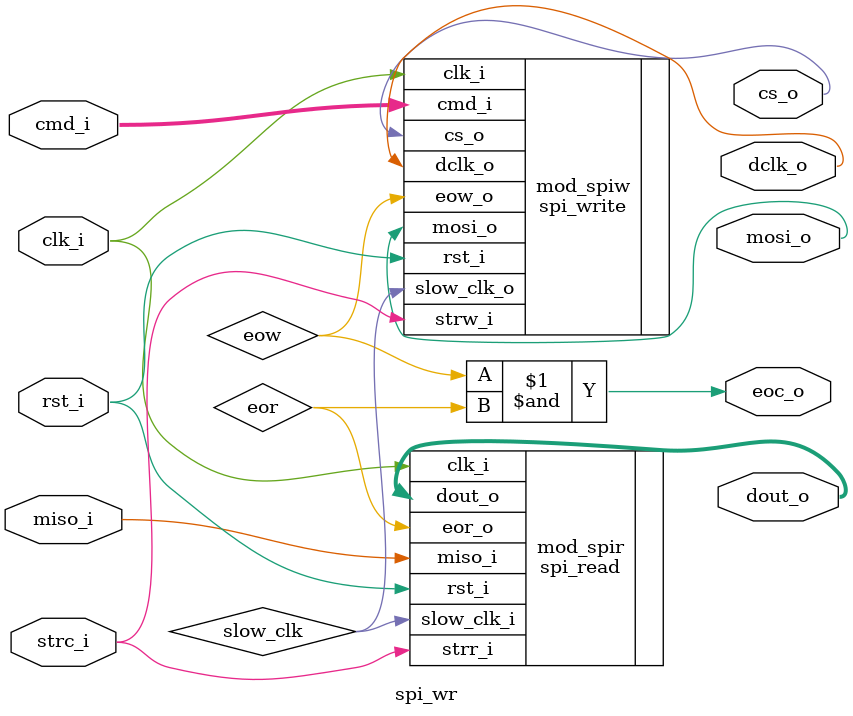
<source format=v>

module spi_wr (         
  input           rst_i,
  input           clk_i,
  input           strc_i,
  input   [7:0]   cmd_i,
  input           miso_i,
  output          mosi_o,
  output  [11:0]  dout_o,
  output          dclk_o,
  output          cs_o,
  output          eoc_o
);
  wire slow_clk, eow, eor;

  spi_write mod_spiw (
    .rst_i(rst_i), 
    .clk_i(clk_i),
    .strw_i(strc_i), 
    .cmd_i(cmd_i), 
    .mosi_o(mosi_o), 
    .dclk_o(dclk_o), 
    .cs_o(cs_o), 
    .eow_o(eow), 
    .slow_clk_o(slow_clk)
  );   
  
  spi_read  mod_spir (
    .rst_i(rst_i), 
    .clk_i(clk_i),
    .strr_i(strc_i), 
    .miso_i(miso_i), 
    .slow_clk_i(slow_clk), 
    .dout_o(dout_o), 
    .eor_o(eor)
  );
  
  assign eoc_o = eow & eor;

endmodule
</source>
